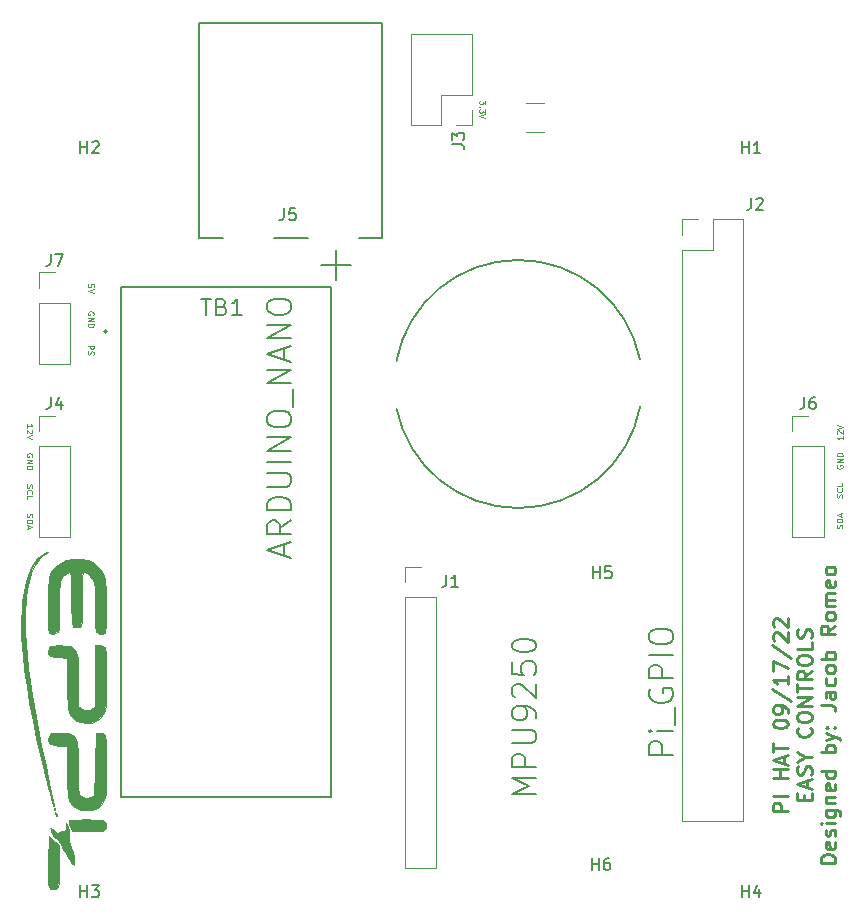
<source format=gbr>
%TF.GenerationSoftware,KiCad,Pcbnew,(6.0.4)*%
%TF.CreationDate,2022-09-19T00:41:06-04:00*%
%TF.ProjectId,Pi_HAT_V2,50695f48-4154-45f5-9632-2e6b69636164,rev?*%
%TF.SameCoordinates,Original*%
%TF.FileFunction,Legend,Top*%
%TF.FilePolarity,Positive*%
%FSLAX46Y46*%
G04 Gerber Fmt 4.6, Leading zero omitted, Abs format (unit mm)*
G04 Created by KiCad (PCBNEW (6.0.4)) date 2022-09-19 00:41:06*
%MOMM*%
%LPD*%
G01*
G04 APERTURE LIST*
%ADD10C,0.100000*%
%ADD11C,0.150000*%
%ADD12C,0.250000*%
%ADD13C,0.120000*%
%ADD14C,0.010000*%
%ADD15C,0.127000*%
%ADD16C,0.200000*%
G04 APERTURE END LIST*
D10*
X99348809Y-88755952D02*
X99848809Y-88755952D01*
X99848809Y-88946428D01*
X99825000Y-88994047D01*
X99801190Y-89017857D01*
X99753571Y-89041666D01*
X99682142Y-89041666D01*
X99634523Y-89017857D01*
X99610714Y-88994047D01*
X99586904Y-88946428D01*
X99586904Y-88755952D01*
X99372619Y-89232142D02*
X99348809Y-89303571D01*
X99348809Y-89422619D01*
X99372619Y-89470238D01*
X99396428Y-89494047D01*
X99444047Y-89517857D01*
X99491666Y-89517857D01*
X99539285Y-89494047D01*
X99563095Y-89470238D01*
X99586904Y-89422619D01*
X99610714Y-89327380D01*
X99634523Y-89279761D01*
X99658333Y-89255952D01*
X99705952Y-89232142D01*
X99753571Y-89232142D01*
X99801190Y-89255952D01*
X99825000Y-89279761D01*
X99848809Y-89327380D01*
X99848809Y-89446428D01*
X99825000Y-89517857D01*
X99825000Y-86144047D02*
X99848809Y-86096428D01*
X99848809Y-86025000D01*
X99825000Y-85953571D01*
X99777380Y-85905952D01*
X99729761Y-85882142D01*
X99634523Y-85858333D01*
X99563095Y-85858333D01*
X99467857Y-85882142D01*
X99420238Y-85905952D01*
X99372619Y-85953571D01*
X99348809Y-86025000D01*
X99348809Y-86072619D01*
X99372619Y-86144047D01*
X99396428Y-86167857D01*
X99563095Y-86167857D01*
X99563095Y-86072619D01*
X99348809Y-86382142D02*
X99848809Y-86382142D01*
X99348809Y-86667857D01*
X99848809Y-86667857D01*
X99348809Y-86905952D02*
X99848809Y-86905952D01*
X99848809Y-87025000D01*
X99825000Y-87096428D01*
X99777380Y-87144047D01*
X99729761Y-87167857D01*
X99634523Y-87191666D01*
X99563095Y-87191666D01*
X99467857Y-87167857D01*
X99420238Y-87144047D01*
X99372619Y-87096428D01*
X99348809Y-87025000D01*
X99348809Y-86905952D01*
X99848809Y-83754761D02*
X99848809Y-83516666D01*
X99610714Y-83492857D01*
X99634523Y-83516666D01*
X99658333Y-83564285D01*
X99658333Y-83683333D01*
X99634523Y-83730952D01*
X99610714Y-83754761D01*
X99563095Y-83778571D01*
X99444047Y-83778571D01*
X99396428Y-83754761D01*
X99372619Y-83730952D01*
X99348809Y-83683333D01*
X99348809Y-83564285D01*
X99372619Y-83516666D01*
X99396428Y-83492857D01*
X99848809Y-83921428D02*
X99348809Y-84088095D01*
X99848809Y-84254761D01*
D11*
X137304761Y-126723809D02*
X135304761Y-126723809D01*
X136733333Y-126057142D01*
X135304761Y-125390476D01*
X137304761Y-125390476D01*
X137304761Y-124438095D02*
X135304761Y-124438095D01*
X135304761Y-123676190D01*
X135400000Y-123485714D01*
X135495238Y-123390476D01*
X135685714Y-123295238D01*
X135971428Y-123295238D01*
X136161904Y-123390476D01*
X136257142Y-123485714D01*
X136352380Y-123676190D01*
X136352380Y-124438095D01*
X135304761Y-122438095D02*
X136923809Y-122438095D01*
X137114285Y-122342857D01*
X137209523Y-122247619D01*
X137304761Y-122057142D01*
X137304761Y-121676190D01*
X137209523Y-121485714D01*
X137114285Y-121390476D01*
X136923809Y-121295238D01*
X135304761Y-121295238D01*
X137304761Y-120247619D02*
X137304761Y-119866666D01*
X137209523Y-119676190D01*
X137114285Y-119580952D01*
X136828571Y-119390476D01*
X136447619Y-119295238D01*
X135685714Y-119295238D01*
X135495238Y-119390476D01*
X135400000Y-119485714D01*
X135304761Y-119676190D01*
X135304761Y-120057142D01*
X135400000Y-120247619D01*
X135495238Y-120342857D01*
X135685714Y-120438095D01*
X136161904Y-120438095D01*
X136352380Y-120342857D01*
X136447619Y-120247619D01*
X136542857Y-120057142D01*
X136542857Y-119676190D01*
X136447619Y-119485714D01*
X136352380Y-119390476D01*
X136161904Y-119295238D01*
X135495238Y-118533333D02*
X135400000Y-118438095D01*
X135304761Y-118247619D01*
X135304761Y-117771428D01*
X135400000Y-117580952D01*
X135495238Y-117485714D01*
X135685714Y-117390476D01*
X135876190Y-117390476D01*
X136161904Y-117485714D01*
X137304761Y-118628571D01*
X137304761Y-117390476D01*
X135304761Y-115580952D02*
X135304761Y-116533333D01*
X136257142Y-116628571D01*
X136161904Y-116533333D01*
X136066666Y-116342857D01*
X136066666Y-115866666D01*
X136161904Y-115676190D01*
X136257142Y-115580952D01*
X136447619Y-115485714D01*
X136923809Y-115485714D01*
X137114285Y-115580952D01*
X137209523Y-115676190D01*
X137304761Y-115866666D01*
X137304761Y-116342857D01*
X137209523Y-116533333D01*
X137114285Y-116628571D01*
X135304761Y-114247619D02*
X135304761Y-114057142D01*
X135400000Y-113866666D01*
X135495238Y-113771428D01*
X135685714Y-113676190D01*
X136066666Y-113580952D01*
X136542857Y-113580952D01*
X136923809Y-113676190D01*
X137114285Y-113771428D01*
X137209523Y-113866666D01*
X137304761Y-114057142D01*
X137304761Y-114247619D01*
X137209523Y-114438095D01*
X137114285Y-114533333D01*
X136923809Y-114628571D01*
X136542857Y-114723809D01*
X136066666Y-114723809D01*
X135685714Y-114628571D01*
X135495238Y-114533333D01*
X135400000Y-114438095D01*
X135304761Y-114247619D01*
D10*
X132998809Y-68011904D02*
X132998809Y-68321428D01*
X132808333Y-68154761D01*
X132808333Y-68226190D01*
X132784523Y-68273809D01*
X132760714Y-68297619D01*
X132713095Y-68321428D01*
X132594047Y-68321428D01*
X132546428Y-68297619D01*
X132522619Y-68273809D01*
X132498809Y-68226190D01*
X132498809Y-68083333D01*
X132522619Y-68035714D01*
X132546428Y-68011904D01*
X132546428Y-68535714D02*
X132522619Y-68559523D01*
X132498809Y-68535714D01*
X132522619Y-68511904D01*
X132546428Y-68535714D01*
X132498809Y-68535714D01*
X132998809Y-68726190D02*
X132998809Y-69035714D01*
X132808333Y-68869047D01*
X132808333Y-68940476D01*
X132784523Y-68988095D01*
X132760714Y-69011904D01*
X132713095Y-69035714D01*
X132594047Y-69035714D01*
X132546428Y-69011904D01*
X132522619Y-68988095D01*
X132498809Y-68940476D01*
X132498809Y-68797619D01*
X132522619Y-68750000D01*
X132546428Y-68726190D01*
X132998809Y-69178571D02*
X132498809Y-69345238D01*
X132998809Y-69511904D01*
X163227380Y-101620238D02*
X163251190Y-101548809D01*
X163251190Y-101429761D01*
X163227380Y-101382142D01*
X163203571Y-101358333D01*
X163155952Y-101334523D01*
X163108333Y-101334523D01*
X163060714Y-101358333D01*
X163036904Y-101382142D01*
X163013095Y-101429761D01*
X162989285Y-101525000D01*
X162965476Y-101572619D01*
X162941666Y-101596428D01*
X162894047Y-101620238D01*
X162846428Y-101620238D01*
X162798809Y-101596428D01*
X162775000Y-101572619D01*
X162751190Y-101525000D01*
X162751190Y-101405952D01*
X162775000Y-101334523D01*
X163203571Y-100834523D02*
X163227380Y-100858333D01*
X163251190Y-100929761D01*
X163251190Y-100977380D01*
X163227380Y-101048809D01*
X163179761Y-101096428D01*
X163132142Y-101120238D01*
X163036904Y-101144047D01*
X162965476Y-101144047D01*
X162870238Y-101120238D01*
X162822619Y-101096428D01*
X162775000Y-101048809D01*
X162751190Y-100977380D01*
X162751190Y-100929761D01*
X162775000Y-100858333D01*
X162798809Y-100834523D01*
X163251190Y-100382142D02*
X163251190Y-100620238D01*
X162751190Y-100620238D01*
X94650000Y-98169047D02*
X94673809Y-98121428D01*
X94673809Y-98050000D01*
X94650000Y-97978571D01*
X94602380Y-97930952D01*
X94554761Y-97907142D01*
X94459523Y-97883333D01*
X94388095Y-97883333D01*
X94292857Y-97907142D01*
X94245238Y-97930952D01*
X94197619Y-97978571D01*
X94173809Y-98050000D01*
X94173809Y-98097619D01*
X94197619Y-98169047D01*
X94221428Y-98192857D01*
X94388095Y-98192857D01*
X94388095Y-98097619D01*
X94173809Y-98407142D02*
X94673809Y-98407142D01*
X94173809Y-98692857D01*
X94673809Y-98692857D01*
X94173809Y-98930952D02*
X94673809Y-98930952D01*
X94673809Y-99050000D01*
X94650000Y-99121428D01*
X94602380Y-99169047D01*
X94554761Y-99192857D01*
X94459523Y-99216666D01*
X94388095Y-99216666D01*
X94292857Y-99192857D01*
X94245238Y-99169047D01*
X94197619Y-99121428D01*
X94173809Y-99050000D01*
X94173809Y-98930952D01*
X163227380Y-104207142D02*
X163251190Y-104135714D01*
X163251190Y-104016666D01*
X163227380Y-103969047D01*
X163203571Y-103945238D01*
X163155952Y-103921428D01*
X163108333Y-103921428D01*
X163060714Y-103945238D01*
X163036904Y-103969047D01*
X163013095Y-104016666D01*
X162989285Y-104111904D01*
X162965476Y-104159523D01*
X162941666Y-104183333D01*
X162894047Y-104207142D01*
X162846428Y-104207142D01*
X162798809Y-104183333D01*
X162775000Y-104159523D01*
X162751190Y-104111904D01*
X162751190Y-103992857D01*
X162775000Y-103921428D01*
X163251190Y-103707142D02*
X162751190Y-103707142D01*
X162751190Y-103588095D01*
X162775000Y-103516666D01*
X162822619Y-103469047D01*
X162870238Y-103445238D01*
X162965476Y-103421428D01*
X163036904Y-103421428D01*
X163132142Y-103445238D01*
X163179761Y-103469047D01*
X163227380Y-103516666D01*
X163251190Y-103588095D01*
X163251190Y-103707142D01*
X163108333Y-103230952D02*
X163108333Y-102992857D01*
X163251190Y-103278571D02*
X162751190Y-103111904D01*
X163251190Y-102945238D01*
X94173809Y-95690476D02*
X94173809Y-95404761D01*
X94173809Y-95547619D02*
X94673809Y-95547619D01*
X94602380Y-95500000D01*
X94554761Y-95452380D01*
X94530952Y-95404761D01*
X94626190Y-95880952D02*
X94650000Y-95904761D01*
X94673809Y-95952380D01*
X94673809Y-96071428D01*
X94650000Y-96119047D01*
X94626190Y-96142857D01*
X94578571Y-96166666D01*
X94530952Y-96166666D01*
X94459523Y-96142857D01*
X94173809Y-95857142D01*
X94173809Y-96166666D01*
X94673809Y-96309523D02*
X94173809Y-96476190D01*
X94673809Y-96642857D01*
X94197619Y-103017857D02*
X94173809Y-103089285D01*
X94173809Y-103208333D01*
X94197619Y-103255952D01*
X94221428Y-103279761D01*
X94269047Y-103303571D01*
X94316666Y-103303571D01*
X94364285Y-103279761D01*
X94388095Y-103255952D01*
X94411904Y-103208333D01*
X94435714Y-103113095D01*
X94459523Y-103065476D01*
X94483333Y-103041666D01*
X94530952Y-103017857D01*
X94578571Y-103017857D01*
X94626190Y-103041666D01*
X94650000Y-103065476D01*
X94673809Y-103113095D01*
X94673809Y-103232142D01*
X94650000Y-103303571D01*
X94173809Y-103517857D02*
X94673809Y-103517857D01*
X94673809Y-103636904D01*
X94650000Y-103708333D01*
X94602380Y-103755952D01*
X94554761Y-103779761D01*
X94459523Y-103803571D01*
X94388095Y-103803571D01*
X94292857Y-103779761D01*
X94245238Y-103755952D01*
X94197619Y-103708333D01*
X94173809Y-103636904D01*
X94173809Y-103517857D01*
X94316666Y-103994047D02*
X94316666Y-104232142D01*
X94173809Y-103946428D02*
X94673809Y-104113095D01*
X94173809Y-104279761D01*
X94197619Y-100504761D02*
X94173809Y-100576190D01*
X94173809Y-100695238D01*
X94197619Y-100742857D01*
X94221428Y-100766666D01*
X94269047Y-100790476D01*
X94316666Y-100790476D01*
X94364285Y-100766666D01*
X94388095Y-100742857D01*
X94411904Y-100695238D01*
X94435714Y-100600000D01*
X94459523Y-100552380D01*
X94483333Y-100528571D01*
X94530952Y-100504761D01*
X94578571Y-100504761D01*
X94626190Y-100528571D01*
X94650000Y-100552380D01*
X94673809Y-100600000D01*
X94673809Y-100719047D01*
X94650000Y-100790476D01*
X94221428Y-101290476D02*
X94197619Y-101266666D01*
X94173809Y-101195238D01*
X94173809Y-101147619D01*
X94197619Y-101076190D01*
X94245238Y-101028571D01*
X94292857Y-101004761D01*
X94388095Y-100980952D01*
X94459523Y-100980952D01*
X94554761Y-101004761D01*
X94602380Y-101028571D01*
X94650000Y-101076190D01*
X94673809Y-101147619D01*
X94673809Y-101195238D01*
X94650000Y-101266666D01*
X94626190Y-101290476D01*
X94173809Y-101742857D02*
X94173809Y-101504761D01*
X94673809Y-101504761D01*
X162800000Y-98880952D02*
X162776190Y-98928571D01*
X162776190Y-99000000D01*
X162800000Y-99071428D01*
X162847619Y-99119047D01*
X162895238Y-99142857D01*
X162990476Y-99166666D01*
X163061904Y-99166666D01*
X163157142Y-99142857D01*
X163204761Y-99119047D01*
X163252380Y-99071428D01*
X163276190Y-99000000D01*
X163276190Y-98952380D01*
X163252380Y-98880952D01*
X163228571Y-98857142D01*
X163061904Y-98857142D01*
X163061904Y-98952380D01*
X163276190Y-98642857D02*
X162776190Y-98642857D01*
X163276190Y-98357142D01*
X162776190Y-98357142D01*
X163276190Y-98119047D02*
X162776190Y-98119047D01*
X162776190Y-98000000D01*
X162800000Y-97928571D01*
X162847619Y-97880952D01*
X162895238Y-97857142D01*
X162990476Y-97833333D01*
X163061904Y-97833333D01*
X163157142Y-97857142D01*
X163204761Y-97880952D01*
X163252380Y-97928571D01*
X163276190Y-98000000D01*
X163276190Y-98119047D01*
X163276190Y-96409523D02*
X163276190Y-96695238D01*
X163276190Y-96552380D02*
X162776190Y-96552380D01*
X162847619Y-96600000D01*
X162895238Y-96647619D01*
X162919047Y-96695238D01*
X162823809Y-96219047D02*
X162800000Y-96195238D01*
X162776190Y-96147619D01*
X162776190Y-96028571D01*
X162800000Y-95980952D01*
X162823809Y-95957142D01*
X162871428Y-95933333D01*
X162919047Y-95933333D01*
X162990476Y-95957142D01*
X163276190Y-96242857D01*
X163276190Y-95933333D01*
X162776190Y-95790476D02*
X163276190Y-95623809D01*
X162776190Y-95457142D01*
D12*
X158627976Y-128150000D02*
X157377976Y-128150000D01*
X157377976Y-127673809D01*
X157437500Y-127554761D01*
X157497023Y-127495238D01*
X157616071Y-127435714D01*
X157794642Y-127435714D01*
X157913690Y-127495238D01*
X157973214Y-127554761D01*
X158032738Y-127673809D01*
X158032738Y-128150000D01*
X158627976Y-126900000D02*
X157377976Y-126900000D01*
X158627976Y-125352380D02*
X157377976Y-125352380D01*
X157973214Y-125352380D02*
X157973214Y-124638095D01*
X158627976Y-124638095D02*
X157377976Y-124638095D01*
X158270833Y-124102380D02*
X158270833Y-123507142D01*
X158627976Y-124221428D02*
X157377976Y-123804761D01*
X158627976Y-123388095D01*
X157377976Y-123150000D02*
X157377976Y-122435714D01*
X158627976Y-122792857D02*
X157377976Y-122792857D01*
X157377976Y-120828571D02*
X157377976Y-120709523D01*
X157437500Y-120590476D01*
X157497023Y-120530952D01*
X157616071Y-120471428D01*
X157854166Y-120411904D01*
X158151785Y-120411904D01*
X158389880Y-120471428D01*
X158508928Y-120530952D01*
X158568452Y-120590476D01*
X158627976Y-120709523D01*
X158627976Y-120828571D01*
X158568452Y-120947619D01*
X158508928Y-121007142D01*
X158389880Y-121066666D01*
X158151785Y-121126190D01*
X157854166Y-121126190D01*
X157616071Y-121066666D01*
X157497023Y-121007142D01*
X157437500Y-120947619D01*
X157377976Y-120828571D01*
X158627976Y-119816666D02*
X158627976Y-119578571D01*
X158568452Y-119459523D01*
X158508928Y-119400000D01*
X158330357Y-119280952D01*
X158092261Y-119221428D01*
X157616071Y-119221428D01*
X157497023Y-119280952D01*
X157437500Y-119340476D01*
X157377976Y-119459523D01*
X157377976Y-119697619D01*
X157437500Y-119816666D01*
X157497023Y-119876190D01*
X157616071Y-119935714D01*
X157913690Y-119935714D01*
X158032738Y-119876190D01*
X158092261Y-119816666D01*
X158151785Y-119697619D01*
X158151785Y-119459523D01*
X158092261Y-119340476D01*
X158032738Y-119280952D01*
X157913690Y-119221428D01*
X157318452Y-117792857D02*
X158925595Y-118864285D01*
X158627976Y-116721428D02*
X158627976Y-117435714D01*
X158627976Y-117078571D02*
X157377976Y-117078571D01*
X157556547Y-117197619D01*
X157675595Y-117316666D01*
X157735119Y-117435714D01*
X157377976Y-116304761D02*
X157377976Y-115471428D01*
X158627976Y-116007142D01*
X157318452Y-114102380D02*
X158925595Y-115173809D01*
X157497023Y-113745238D02*
X157437500Y-113685714D01*
X157377976Y-113566666D01*
X157377976Y-113269047D01*
X157437500Y-113150000D01*
X157497023Y-113090476D01*
X157616071Y-113030952D01*
X157735119Y-113030952D01*
X157913690Y-113090476D01*
X158627976Y-113804761D01*
X158627976Y-113030952D01*
X157497023Y-112554761D02*
X157437500Y-112495238D01*
X157377976Y-112376190D01*
X157377976Y-112078571D01*
X157437500Y-111959523D01*
X157497023Y-111900000D01*
X157616071Y-111840476D01*
X157735119Y-111840476D01*
X157913690Y-111900000D01*
X158627976Y-112614285D01*
X158627976Y-111840476D01*
X159985714Y-127227380D02*
X159985714Y-126810714D01*
X160640476Y-126632142D02*
X160640476Y-127227380D01*
X159390476Y-127227380D01*
X159390476Y-126632142D01*
X160283333Y-126155952D02*
X160283333Y-125560714D01*
X160640476Y-126275000D02*
X159390476Y-125858333D01*
X160640476Y-125441666D01*
X160580952Y-125084523D02*
X160640476Y-124905952D01*
X160640476Y-124608333D01*
X160580952Y-124489285D01*
X160521428Y-124429761D01*
X160402380Y-124370238D01*
X160283333Y-124370238D01*
X160164285Y-124429761D01*
X160104761Y-124489285D01*
X160045238Y-124608333D01*
X159985714Y-124846428D01*
X159926190Y-124965476D01*
X159866666Y-125025000D01*
X159747619Y-125084523D01*
X159628571Y-125084523D01*
X159509523Y-125025000D01*
X159450000Y-124965476D01*
X159390476Y-124846428D01*
X159390476Y-124548809D01*
X159450000Y-124370238D01*
X160045238Y-123596428D02*
X160640476Y-123596428D01*
X159390476Y-124013095D02*
X160045238Y-123596428D01*
X159390476Y-123179761D01*
X160521428Y-121096428D02*
X160580952Y-121155952D01*
X160640476Y-121334523D01*
X160640476Y-121453571D01*
X160580952Y-121632142D01*
X160461904Y-121751190D01*
X160342857Y-121810714D01*
X160104761Y-121870238D01*
X159926190Y-121870238D01*
X159688095Y-121810714D01*
X159569047Y-121751190D01*
X159450000Y-121632142D01*
X159390476Y-121453571D01*
X159390476Y-121334523D01*
X159450000Y-121155952D01*
X159509523Y-121096428D01*
X159390476Y-120322619D02*
X159390476Y-120084523D01*
X159450000Y-119965476D01*
X159569047Y-119846428D01*
X159807142Y-119786904D01*
X160223809Y-119786904D01*
X160461904Y-119846428D01*
X160580952Y-119965476D01*
X160640476Y-120084523D01*
X160640476Y-120322619D01*
X160580952Y-120441666D01*
X160461904Y-120560714D01*
X160223809Y-120620238D01*
X159807142Y-120620238D01*
X159569047Y-120560714D01*
X159450000Y-120441666D01*
X159390476Y-120322619D01*
X160640476Y-119251190D02*
X159390476Y-119251190D01*
X160640476Y-118536904D01*
X159390476Y-118536904D01*
X159390476Y-118120238D02*
X159390476Y-117405952D01*
X160640476Y-117763095D02*
X159390476Y-117763095D01*
X160640476Y-116275000D02*
X160045238Y-116691666D01*
X160640476Y-116989285D02*
X159390476Y-116989285D01*
X159390476Y-116513095D01*
X159450000Y-116394047D01*
X159509523Y-116334523D01*
X159628571Y-116275000D01*
X159807142Y-116275000D01*
X159926190Y-116334523D01*
X159985714Y-116394047D01*
X160045238Y-116513095D01*
X160045238Y-116989285D01*
X159390476Y-115501190D02*
X159390476Y-115263095D01*
X159450000Y-115144047D01*
X159569047Y-115025000D01*
X159807142Y-114965476D01*
X160223809Y-114965476D01*
X160461904Y-115025000D01*
X160580952Y-115144047D01*
X160640476Y-115263095D01*
X160640476Y-115501190D01*
X160580952Y-115620238D01*
X160461904Y-115739285D01*
X160223809Y-115798809D01*
X159807142Y-115798809D01*
X159569047Y-115739285D01*
X159450000Y-115620238D01*
X159390476Y-115501190D01*
X160640476Y-113834523D02*
X160640476Y-114429761D01*
X159390476Y-114429761D01*
X160580952Y-113477380D02*
X160640476Y-113298809D01*
X160640476Y-113001190D01*
X160580952Y-112882142D01*
X160521428Y-112822619D01*
X160402380Y-112763095D01*
X160283333Y-112763095D01*
X160164285Y-112822619D01*
X160104761Y-112882142D01*
X160045238Y-113001190D01*
X159985714Y-113239285D01*
X159926190Y-113358333D01*
X159866666Y-113417857D01*
X159747619Y-113477380D01*
X159628571Y-113477380D01*
X159509523Y-113417857D01*
X159450000Y-113358333D01*
X159390476Y-113239285D01*
X159390476Y-112941666D01*
X159450000Y-112763095D01*
X162652976Y-132525000D02*
X161402976Y-132525000D01*
X161402976Y-132227380D01*
X161462500Y-132048809D01*
X161581547Y-131929761D01*
X161700595Y-131870238D01*
X161938690Y-131810714D01*
X162117261Y-131810714D01*
X162355357Y-131870238D01*
X162474404Y-131929761D01*
X162593452Y-132048809D01*
X162652976Y-132227380D01*
X162652976Y-132525000D01*
X162593452Y-130798809D02*
X162652976Y-130917857D01*
X162652976Y-131155952D01*
X162593452Y-131275000D01*
X162474404Y-131334523D01*
X161998214Y-131334523D01*
X161879166Y-131275000D01*
X161819642Y-131155952D01*
X161819642Y-130917857D01*
X161879166Y-130798809D01*
X161998214Y-130739285D01*
X162117261Y-130739285D01*
X162236309Y-131334523D01*
X162593452Y-130263095D02*
X162652976Y-130144047D01*
X162652976Y-129905952D01*
X162593452Y-129786904D01*
X162474404Y-129727380D01*
X162414880Y-129727380D01*
X162295833Y-129786904D01*
X162236309Y-129905952D01*
X162236309Y-130084523D01*
X162176785Y-130203571D01*
X162057738Y-130263095D01*
X161998214Y-130263095D01*
X161879166Y-130203571D01*
X161819642Y-130084523D01*
X161819642Y-129905952D01*
X161879166Y-129786904D01*
X162652976Y-129191666D02*
X161819642Y-129191666D01*
X161402976Y-129191666D02*
X161462500Y-129251190D01*
X161522023Y-129191666D01*
X161462500Y-129132142D01*
X161402976Y-129191666D01*
X161522023Y-129191666D01*
X161819642Y-128060714D02*
X162831547Y-128060714D01*
X162950595Y-128120238D01*
X163010119Y-128179761D01*
X163069642Y-128298809D01*
X163069642Y-128477380D01*
X163010119Y-128596428D01*
X162593452Y-128060714D02*
X162652976Y-128179761D01*
X162652976Y-128417857D01*
X162593452Y-128536904D01*
X162533928Y-128596428D01*
X162414880Y-128655952D01*
X162057738Y-128655952D01*
X161938690Y-128596428D01*
X161879166Y-128536904D01*
X161819642Y-128417857D01*
X161819642Y-128179761D01*
X161879166Y-128060714D01*
X161819642Y-127465476D02*
X162652976Y-127465476D01*
X161938690Y-127465476D02*
X161879166Y-127405952D01*
X161819642Y-127286904D01*
X161819642Y-127108333D01*
X161879166Y-126989285D01*
X161998214Y-126929761D01*
X162652976Y-126929761D01*
X162593452Y-125858333D02*
X162652976Y-125977380D01*
X162652976Y-126215476D01*
X162593452Y-126334523D01*
X162474404Y-126394047D01*
X161998214Y-126394047D01*
X161879166Y-126334523D01*
X161819642Y-126215476D01*
X161819642Y-125977380D01*
X161879166Y-125858333D01*
X161998214Y-125798809D01*
X162117261Y-125798809D01*
X162236309Y-126394047D01*
X162652976Y-124727380D02*
X161402976Y-124727380D01*
X162593452Y-124727380D02*
X162652976Y-124846428D01*
X162652976Y-125084523D01*
X162593452Y-125203571D01*
X162533928Y-125263095D01*
X162414880Y-125322619D01*
X162057738Y-125322619D01*
X161938690Y-125263095D01*
X161879166Y-125203571D01*
X161819642Y-125084523D01*
X161819642Y-124846428D01*
X161879166Y-124727380D01*
X162652976Y-123179761D02*
X161402976Y-123179761D01*
X161879166Y-123179761D02*
X161819642Y-123060714D01*
X161819642Y-122822619D01*
X161879166Y-122703571D01*
X161938690Y-122644047D01*
X162057738Y-122584523D01*
X162414880Y-122584523D01*
X162533928Y-122644047D01*
X162593452Y-122703571D01*
X162652976Y-122822619D01*
X162652976Y-123060714D01*
X162593452Y-123179761D01*
X161819642Y-122167857D02*
X162652976Y-121870238D01*
X161819642Y-121572619D02*
X162652976Y-121870238D01*
X162950595Y-121989285D01*
X163010119Y-122048809D01*
X163069642Y-122167857D01*
X162533928Y-121096428D02*
X162593452Y-121036904D01*
X162652976Y-121096428D01*
X162593452Y-121155952D01*
X162533928Y-121096428D01*
X162652976Y-121096428D01*
X161879166Y-121096428D02*
X161938690Y-121036904D01*
X161998214Y-121096428D01*
X161938690Y-121155952D01*
X161879166Y-121096428D01*
X161998214Y-121096428D01*
X161402976Y-119191666D02*
X162295833Y-119191666D01*
X162474404Y-119251190D01*
X162593452Y-119370238D01*
X162652976Y-119548809D01*
X162652976Y-119667857D01*
X162652976Y-118060714D02*
X161998214Y-118060714D01*
X161879166Y-118120238D01*
X161819642Y-118239285D01*
X161819642Y-118477380D01*
X161879166Y-118596428D01*
X162593452Y-118060714D02*
X162652976Y-118179761D01*
X162652976Y-118477380D01*
X162593452Y-118596428D01*
X162474404Y-118655952D01*
X162355357Y-118655952D01*
X162236309Y-118596428D01*
X162176785Y-118477380D01*
X162176785Y-118179761D01*
X162117261Y-118060714D01*
X162593452Y-116929761D02*
X162652976Y-117048809D01*
X162652976Y-117286904D01*
X162593452Y-117405952D01*
X162533928Y-117465476D01*
X162414880Y-117525000D01*
X162057738Y-117525000D01*
X161938690Y-117465476D01*
X161879166Y-117405952D01*
X161819642Y-117286904D01*
X161819642Y-117048809D01*
X161879166Y-116929761D01*
X162652976Y-116215476D02*
X162593452Y-116334523D01*
X162533928Y-116394047D01*
X162414880Y-116453571D01*
X162057738Y-116453571D01*
X161938690Y-116394047D01*
X161879166Y-116334523D01*
X161819642Y-116215476D01*
X161819642Y-116036904D01*
X161879166Y-115917857D01*
X161938690Y-115858333D01*
X162057738Y-115798809D01*
X162414880Y-115798809D01*
X162533928Y-115858333D01*
X162593452Y-115917857D01*
X162652976Y-116036904D01*
X162652976Y-116215476D01*
X162652976Y-115263095D02*
X161402976Y-115263095D01*
X161879166Y-115263095D02*
X161819642Y-115144047D01*
X161819642Y-114905952D01*
X161879166Y-114786904D01*
X161938690Y-114727380D01*
X162057738Y-114667857D01*
X162414880Y-114667857D01*
X162533928Y-114727380D01*
X162593452Y-114786904D01*
X162652976Y-114905952D01*
X162652976Y-115144047D01*
X162593452Y-115263095D01*
X162652976Y-112465476D02*
X162057738Y-112882142D01*
X162652976Y-113179761D02*
X161402976Y-113179761D01*
X161402976Y-112703571D01*
X161462500Y-112584523D01*
X161522023Y-112525000D01*
X161641071Y-112465476D01*
X161819642Y-112465476D01*
X161938690Y-112525000D01*
X161998214Y-112584523D01*
X162057738Y-112703571D01*
X162057738Y-113179761D01*
X162652976Y-111751190D02*
X162593452Y-111870238D01*
X162533928Y-111929761D01*
X162414880Y-111989285D01*
X162057738Y-111989285D01*
X161938690Y-111929761D01*
X161879166Y-111870238D01*
X161819642Y-111751190D01*
X161819642Y-111572619D01*
X161879166Y-111453571D01*
X161938690Y-111394047D01*
X162057738Y-111334523D01*
X162414880Y-111334523D01*
X162533928Y-111394047D01*
X162593452Y-111453571D01*
X162652976Y-111572619D01*
X162652976Y-111751190D01*
X162652976Y-110798809D02*
X161819642Y-110798809D01*
X161938690Y-110798809D02*
X161879166Y-110739285D01*
X161819642Y-110620238D01*
X161819642Y-110441666D01*
X161879166Y-110322619D01*
X161998214Y-110263095D01*
X162652976Y-110263095D01*
X161998214Y-110263095D02*
X161879166Y-110203571D01*
X161819642Y-110084523D01*
X161819642Y-109905952D01*
X161879166Y-109786904D01*
X161998214Y-109727380D01*
X162652976Y-109727380D01*
X162593452Y-108655952D02*
X162652976Y-108775000D01*
X162652976Y-109013095D01*
X162593452Y-109132142D01*
X162474404Y-109191666D01*
X161998214Y-109191666D01*
X161879166Y-109132142D01*
X161819642Y-109013095D01*
X161819642Y-108775000D01*
X161879166Y-108655952D01*
X161998214Y-108596428D01*
X162117261Y-108596428D01*
X162236309Y-109191666D01*
X162652976Y-107882142D02*
X162593452Y-108001190D01*
X162533928Y-108060714D01*
X162414880Y-108120238D01*
X162057738Y-108120238D01*
X161938690Y-108060714D01*
X161879166Y-108001190D01*
X161819642Y-107882142D01*
X161819642Y-107703571D01*
X161879166Y-107584523D01*
X161938690Y-107525000D01*
X162057738Y-107465476D01*
X162414880Y-107465476D01*
X162533928Y-107525000D01*
X162593452Y-107584523D01*
X162652976Y-107703571D01*
X162652976Y-107882142D01*
D11*
%TO.C,TB1*%
X108983333Y-84783333D02*
X109783333Y-84783333D01*
X109383333Y-86183333D02*
X109383333Y-84783333D01*
X110716666Y-85450000D02*
X110916666Y-85516666D01*
X110983333Y-85583333D01*
X111050000Y-85716666D01*
X111050000Y-85916666D01*
X110983333Y-86050000D01*
X110916666Y-86116666D01*
X110783333Y-86183333D01*
X110250000Y-86183333D01*
X110250000Y-84783333D01*
X110716666Y-84783333D01*
X110850000Y-84850000D01*
X110916666Y-84916666D01*
X110983333Y-85050000D01*
X110983333Y-85183333D01*
X110916666Y-85316666D01*
X110850000Y-85383333D01*
X110716666Y-85450000D01*
X110250000Y-85450000D01*
X112383333Y-86183333D02*
X111583333Y-86183333D01*
X111983333Y-86183333D02*
X111983333Y-84783333D01*
X111850000Y-84983333D01*
X111716666Y-85116666D01*
X111583333Y-85183333D01*
X115983333Y-106507142D02*
X115983333Y-105554761D01*
X116554761Y-106697619D02*
X114554761Y-106030952D01*
X116554761Y-105364285D01*
X116554761Y-103554761D02*
X115602380Y-104221428D01*
X116554761Y-104697619D02*
X114554761Y-104697619D01*
X114554761Y-103935714D01*
X114650000Y-103745238D01*
X114745238Y-103650000D01*
X114935714Y-103554761D01*
X115221428Y-103554761D01*
X115411904Y-103650000D01*
X115507142Y-103745238D01*
X115602380Y-103935714D01*
X115602380Y-104697619D01*
X116554761Y-102697619D02*
X114554761Y-102697619D01*
X114554761Y-102221428D01*
X114650000Y-101935714D01*
X114840476Y-101745238D01*
X115030952Y-101650000D01*
X115411904Y-101554761D01*
X115697619Y-101554761D01*
X116078571Y-101650000D01*
X116269047Y-101745238D01*
X116459523Y-101935714D01*
X116554761Y-102221428D01*
X116554761Y-102697619D01*
X114554761Y-100697619D02*
X116173809Y-100697619D01*
X116364285Y-100602380D01*
X116459523Y-100507142D01*
X116554761Y-100316666D01*
X116554761Y-99935714D01*
X116459523Y-99745238D01*
X116364285Y-99650000D01*
X116173809Y-99554761D01*
X114554761Y-99554761D01*
X116554761Y-98602380D02*
X114554761Y-98602380D01*
X116554761Y-97650000D02*
X114554761Y-97650000D01*
X116554761Y-96507142D01*
X114554761Y-96507142D01*
X114554761Y-95173809D02*
X114554761Y-94792857D01*
X114650000Y-94602380D01*
X114840476Y-94411904D01*
X115221428Y-94316666D01*
X115888095Y-94316666D01*
X116269047Y-94411904D01*
X116459523Y-94602380D01*
X116554761Y-94792857D01*
X116554761Y-95173809D01*
X116459523Y-95364285D01*
X116269047Y-95554761D01*
X115888095Y-95650000D01*
X115221428Y-95650000D01*
X114840476Y-95554761D01*
X114650000Y-95364285D01*
X114554761Y-95173809D01*
X116745238Y-93935714D02*
X116745238Y-92411904D01*
X116554761Y-91935714D02*
X114554761Y-91935714D01*
X116554761Y-90792857D01*
X114554761Y-90792857D01*
X115983333Y-89935714D02*
X115983333Y-88983333D01*
X116554761Y-90126190D02*
X114554761Y-89459523D01*
X116554761Y-88792857D01*
X116554761Y-88126190D02*
X114554761Y-88126190D01*
X116554761Y-86983333D01*
X114554761Y-86983333D01*
X114554761Y-85650000D02*
X114554761Y-85269047D01*
X114650000Y-85078571D01*
X114840476Y-84888095D01*
X115221428Y-84792857D01*
X115888095Y-84792857D01*
X116269047Y-84888095D01*
X116459523Y-85078571D01*
X116554761Y-85269047D01*
X116554761Y-85650000D01*
X116459523Y-85840476D01*
X116269047Y-86030952D01*
X115888095Y-86126190D01*
X115221428Y-86126190D01*
X114840476Y-86030952D01*
X114650000Y-85840476D01*
X114554761Y-85650000D01*
%TO.C,J3*%
X130217380Y-71708333D02*
X130931666Y-71708333D01*
X131074523Y-71755952D01*
X131169761Y-71851190D01*
X131217380Y-71994047D01*
X131217380Y-72089285D01*
X130217380Y-71327380D02*
X130217380Y-70708333D01*
X130598333Y-71041666D01*
X130598333Y-70898809D01*
X130645952Y-70803571D01*
X130693571Y-70755952D01*
X130788809Y-70708333D01*
X131026904Y-70708333D01*
X131122142Y-70755952D01*
X131169761Y-70803571D01*
X131217380Y-70898809D01*
X131217380Y-71184523D01*
X131169761Y-71279761D01*
X131122142Y-71327380D01*
%TO.C,H1*%
X154738095Y-72452380D02*
X154738095Y-71452380D01*
X154738095Y-71928571D02*
X155309523Y-71928571D01*
X155309523Y-72452380D02*
X155309523Y-71452380D01*
X156309523Y-72452380D02*
X155738095Y-72452380D01*
X156023809Y-72452380D02*
X156023809Y-71452380D01*
X155928571Y-71595238D01*
X155833333Y-71690476D01*
X155738095Y-71738095D01*
%TO.C,H2*%
X98738095Y-72452380D02*
X98738095Y-71452380D01*
X98738095Y-71928571D02*
X99309523Y-71928571D01*
X99309523Y-72452380D02*
X99309523Y-71452380D01*
X99738095Y-71547619D02*
X99785714Y-71500000D01*
X99880952Y-71452380D01*
X100119047Y-71452380D01*
X100214285Y-71500000D01*
X100261904Y-71547619D01*
X100309523Y-71642857D01*
X100309523Y-71738095D01*
X100261904Y-71880952D01*
X99690476Y-72452380D01*
X100309523Y-72452380D01*
%TO.C,H3*%
X98738095Y-135452380D02*
X98738095Y-134452380D01*
X98738095Y-134928571D02*
X99309523Y-134928571D01*
X99309523Y-135452380D02*
X99309523Y-134452380D01*
X99690476Y-134452380D02*
X100309523Y-134452380D01*
X99976190Y-134833333D01*
X100119047Y-134833333D01*
X100214285Y-134880952D01*
X100261904Y-134928571D01*
X100309523Y-135023809D01*
X100309523Y-135261904D01*
X100261904Y-135357142D01*
X100214285Y-135404761D01*
X100119047Y-135452380D01*
X99833333Y-135452380D01*
X99738095Y-135404761D01*
X99690476Y-135357142D01*
%TO.C,J1*%
X129716666Y-108152380D02*
X129716666Y-108866666D01*
X129669047Y-109009523D01*
X129573809Y-109104761D01*
X129430952Y-109152380D01*
X129335714Y-109152380D01*
X130716666Y-109152380D02*
X130145238Y-109152380D01*
X130430952Y-109152380D02*
X130430952Y-108152380D01*
X130335714Y-108295238D01*
X130240476Y-108390476D01*
X130145238Y-108438095D01*
%TO.C,H4*%
X154738095Y-135452380D02*
X154738095Y-134452380D01*
X154738095Y-134928571D02*
X155309523Y-134928571D01*
X155309523Y-135452380D02*
X155309523Y-134452380D01*
X156214285Y-134785714D02*
X156214285Y-135452380D01*
X155976190Y-134404761D02*
X155738095Y-135119047D01*
X156357142Y-135119047D01*
%TO.C,J2*%
X155516666Y-76252380D02*
X155516666Y-76966666D01*
X155469047Y-77109523D01*
X155373809Y-77204761D01*
X155230952Y-77252380D01*
X155135714Y-77252380D01*
X155945238Y-76347619D02*
X155992857Y-76300000D01*
X156088095Y-76252380D01*
X156326190Y-76252380D01*
X156421428Y-76300000D01*
X156469047Y-76347619D01*
X156516666Y-76442857D01*
X156516666Y-76538095D01*
X156469047Y-76680952D01*
X155897619Y-77252380D01*
X156516666Y-77252380D01*
X148904761Y-123385714D02*
X146904761Y-123385714D01*
X146904761Y-122623809D01*
X147000000Y-122433333D01*
X147095238Y-122338095D01*
X147285714Y-122242857D01*
X147571428Y-122242857D01*
X147761904Y-122338095D01*
X147857142Y-122433333D01*
X147952380Y-122623809D01*
X147952380Y-123385714D01*
X148904761Y-121385714D02*
X147571428Y-121385714D01*
X146904761Y-121385714D02*
X147000000Y-121480952D01*
X147095238Y-121385714D01*
X147000000Y-121290476D01*
X146904761Y-121385714D01*
X147095238Y-121385714D01*
X149095238Y-120909523D02*
X149095238Y-119385714D01*
X147000000Y-117861904D02*
X146904761Y-118052380D01*
X146904761Y-118338095D01*
X147000000Y-118623809D01*
X147190476Y-118814285D01*
X147380952Y-118909523D01*
X147761904Y-119004761D01*
X148047619Y-119004761D01*
X148428571Y-118909523D01*
X148619047Y-118814285D01*
X148809523Y-118623809D01*
X148904761Y-118338095D01*
X148904761Y-118147619D01*
X148809523Y-117861904D01*
X148714285Y-117766666D01*
X148047619Y-117766666D01*
X148047619Y-118147619D01*
X148904761Y-116909523D02*
X146904761Y-116909523D01*
X146904761Y-116147619D01*
X147000000Y-115957142D01*
X147095238Y-115861904D01*
X147285714Y-115766666D01*
X147571428Y-115766666D01*
X147761904Y-115861904D01*
X147857142Y-115957142D01*
X147952380Y-116147619D01*
X147952380Y-116909523D01*
X148904761Y-114909523D02*
X146904761Y-114909523D01*
X146904761Y-113576190D02*
X146904761Y-113195238D01*
X147000000Y-113004761D01*
X147190476Y-112814285D01*
X147571428Y-112719047D01*
X148238095Y-112719047D01*
X148619047Y-112814285D01*
X148809523Y-113004761D01*
X148904761Y-113195238D01*
X148904761Y-113576190D01*
X148809523Y-113766666D01*
X148619047Y-113957142D01*
X148238095Y-114052380D01*
X147571428Y-114052380D01*
X147190476Y-113957142D01*
X147000000Y-113766666D01*
X146904761Y-113576190D01*
%TO.C,J4*%
X96216666Y-93122380D02*
X96216666Y-93836666D01*
X96169047Y-93979523D01*
X96073809Y-94074761D01*
X95930952Y-94122380D01*
X95835714Y-94122380D01*
X97121428Y-93455714D02*
X97121428Y-94122380D01*
X96883333Y-93074761D02*
X96645238Y-93789047D01*
X97264285Y-93789047D01*
%TO.C,J5*%
X115966519Y-77136389D02*
X115966519Y-77850990D01*
X115918879Y-77993910D01*
X115823599Y-78089190D01*
X115680679Y-78136830D01*
X115585399Y-78136830D01*
X116919320Y-77136389D02*
X116442920Y-77136389D01*
X116395280Y-77612789D01*
X116442920Y-77565149D01*
X116538200Y-77517509D01*
X116776400Y-77517509D01*
X116871680Y-77565149D01*
X116919320Y-77612789D01*
X116966960Y-77708070D01*
X116966960Y-77946270D01*
X116919320Y-78041550D01*
X116871680Y-78089190D01*
X116776400Y-78136830D01*
X116538200Y-78136830D01*
X116442920Y-78089190D01*
X116395280Y-78041550D01*
%TO.C,H5*%
X142138095Y-108452380D02*
X142138095Y-107452380D01*
X142138095Y-107928571D02*
X142709523Y-107928571D01*
X142709523Y-108452380D02*
X142709523Y-107452380D01*
X143661904Y-107452380D02*
X143185714Y-107452380D01*
X143138095Y-107928571D01*
X143185714Y-107880952D01*
X143280952Y-107833333D01*
X143519047Y-107833333D01*
X143614285Y-107880952D01*
X143661904Y-107928571D01*
X143709523Y-108023809D01*
X143709523Y-108261904D01*
X143661904Y-108357142D01*
X143614285Y-108404761D01*
X143519047Y-108452380D01*
X143280952Y-108452380D01*
X143185714Y-108404761D01*
X143138095Y-108357142D01*
%TO.C,H6*%
X142038095Y-133152380D02*
X142038095Y-132152380D01*
X142038095Y-132628571D02*
X142609523Y-132628571D01*
X142609523Y-133152380D02*
X142609523Y-132152380D01*
X143514285Y-132152380D02*
X143323809Y-132152380D01*
X143228571Y-132200000D01*
X143180952Y-132247619D01*
X143085714Y-132390476D01*
X143038095Y-132580952D01*
X143038095Y-132961904D01*
X143085714Y-133057142D01*
X143133333Y-133104761D01*
X143228571Y-133152380D01*
X143419047Y-133152380D01*
X143514285Y-133104761D01*
X143561904Y-133057142D01*
X143609523Y-132961904D01*
X143609523Y-132723809D01*
X143561904Y-132628571D01*
X143514285Y-132580952D01*
X143419047Y-132533333D01*
X143228571Y-132533333D01*
X143133333Y-132580952D01*
X143085714Y-132628571D01*
X143038095Y-132723809D01*
%TO.C,J6*%
X160016666Y-93122380D02*
X160016666Y-93836666D01*
X159969047Y-93979523D01*
X159873809Y-94074761D01*
X159730952Y-94122380D01*
X159635714Y-94122380D01*
X160921428Y-93122380D02*
X160730952Y-93122380D01*
X160635714Y-93170000D01*
X160588095Y-93217619D01*
X160492857Y-93360476D01*
X160445238Y-93550952D01*
X160445238Y-93931904D01*
X160492857Y-94027142D01*
X160540476Y-94074761D01*
X160635714Y-94122380D01*
X160826190Y-94122380D01*
X160921428Y-94074761D01*
X160969047Y-94027142D01*
X161016666Y-93931904D01*
X161016666Y-93693809D01*
X160969047Y-93598571D01*
X160921428Y-93550952D01*
X160826190Y-93503333D01*
X160635714Y-93503333D01*
X160540476Y-93550952D01*
X160492857Y-93598571D01*
X160445238Y-93693809D01*
%TO.C,J7*%
X96216666Y-80997380D02*
X96216666Y-81711666D01*
X96169047Y-81854523D01*
X96073809Y-81949761D01*
X95930952Y-81997380D01*
X95835714Y-81997380D01*
X96597619Y-80997380D02*
X97264285Y-80997380D01*
X96835714Y-81997380D01*
D13*
%TO.C,U1*%
X136475300Y-68243100D02*
X138024700Y-68243100D01*
X138024700Y-70706900D02*
X136475300Y-70706900D01*
%TO.C,G\u002A\u002A\u002A*%
G36*
X95923604Y-106266074D02*
G01*
X95777321Y-106375502D01*
X95708157Y-106418214D01*
X95479619Y-106593753D01*
X95239553Y-106838460D01*
X95143656Y-106957876D01*
X94828841Y-107452155D01*
X94575974Y-108005373D01*
X94379799Y-108638741D01*
X94235062Y-109373476D01*
X94136507Y-110230790D01*
X94078879Y-111231897D01*
X94077872Y-111260244D01*
X94061818Y-112128735D01*
X94074917Y-113025778D01*
X94118879Y-113963348D01*
X94195414Y-114953422D01*
X94306231Y-116007973D01*
X94453040Y-117138978D01*
X94637552Y-118358412D01*
X94861474Y-119678250D01*
X95126519Y-121110467D01*
X95434394Y-122667040D01*
X95786811Y-124359944D01*
X96185477Y-126201153D01*
X96257843Y-126529179D01*
X96347494Y-126952512D01*
X96416716Y-127314836D01*
X96460173Y-127585217D01*
X96472532Y-127732726D01*
X96468345Y-127749790D01*
X96419530Y-127767471D01*
X96419004Y-127763188D01*
X96398043Y-127660210D01*
X96341095Y-127422580D01*
X96255595Y-127079317D01*
X96148979Y-126659439D01*
X96028681Y-126191967D01*
X95902136Y-125705920D01*
X95776779Y-125230316D01*
X95660044Y-124794175D01*
X95629053Y-124679910D01*
X95295423Y-123375136D01*
X94976675Y-121976036D01*
X94679714Y-120521577D01*
X94411441Y-119050726D01*
X94178761Y-117602449D01*
X93988576Y-116215714D01*
X93847790Y-114929487D01*
X93799141Y-114350577D01*
X93738558Y-113199924D01*
X93726844Y-112072233D01*
X93763865Y-111021211D01*
X93808800Y-110455910D01*
X93931973Y-109595514D01*
X94121486Y-108779569D01*
X94367362Y-108036874D01*
X94659625Y-107396232D01*
X94988300Y-106886443D01*
X95084937Y-106771693D01*
X95256162Y-106611532D01*
X95474042Y-106445806D01*
X95694136Y-106303359D01*
X95872001Y-106213034D01*
X95962071Y-106202423D01*
X95923604Y-106266074D01*
G37*
D14*
X95923604Y-106266074D02*
X95777321Y-106375502D01*
X95708157Y-106418214D01*
X95479619Y-106593753D01*
X95239553Y-106838460D01*
X95143656Y-106957876D01*
X94828841Y-107452155D01*
X94575974Y-108005373D01*
X94379799Y-108638741D01*
X94235062Y-109373476D01*
X94136507Y-110230790D01*
X94078879Y-111231897D01*
X94077872Y-111260244D01*
X94061818Y-112128735D01*
X94074917Y-113025778D01*
X94118879Y-113963348D01*
X94195414Y-114953422D01*
X94306231Y-116007973D01*
X94453040Y-117138978D01*
X94637552Y-118358412D01*
X94861474Y-119678250D01*
X95126519Y-121110467D01*
X95434394Y-122667040D01*
X95786811Y-124359944D01*
X96185477Y-126201153D01*
X96257843Y-126529179D01*
X96347494Y-126952512D01*
X96416716Y-127314836D01*
X96460173Y-127585217D01*
X96472532Y-127732726D01*
X96468345Y-127749790D01*
X96419530Y-127767471D01*
X96419004Y-127763188D01*
X96398043Y-127660210D01*
X96341095Y-127422580D01*
X96255595Y-127079317D01*
X96148979Y-126659439D01*
X96028681Y-126191967D01*
X95902136Y-125705920D01*
X95776779Y-125230316D01*
X95660044Y-124794175D01*
X95629053Y-124679910D01*
X95295423Y-123375136D01*
X94976675Y-121976036D01*
X94679714Y-120521577D01*
X94411441Y-119050726D01*
X94178761Y-117602449D01*
X93988576Y-116215714D01*
X93847790Y-114929487D01*
X93799141Y-114350577D01*
X93738558Y-113199924D01*
X93726844Y-112072233D01*
X93763865Y-111021211D01*
X93808800Y-110455910D01*
X93931973Y-109595514D01*
X94121486Y-108779569D01*
X94367362Y-108036874D01*
X94659625Y-107396232D01*
X94988300Y-106886443D01*
X95084937Y-106771693D01*
X95256162Y-106611532D01*
X95474042Y-106445806D01*
X95694136Y-106303359D01*
X95872001Y-106213034D01*
X95962071Y-106202423D01*
X95923604Y-106266074D01*
G36*
X98810179Y-106798664D02*
G01*
X99391174Y-106941712D01*
X99907776Y-107199083D01*
X100335444Y-107560163D01*
X100649639Y-108014336D01*
X100760575Y-108285466D01*
X100810559Y-108524382D01*
X100851492Y-108884672D01*
X100883295Y-109338685D01*
X100905891Y-109858768D01*
X100919204Y-110417272D01*
X100923157Y-110986544D01*
X100917671Y-111538933D01*
X100902669Y-112046790D01*
X100878075Y-112482461D01*
X100843811Y-112818296D01*
X100799799Y-113026644D01*
X100773955Y-113074529D01*
X100551639Y-113195850D01*
X100309075Y-113157889D01*
X100145002Y-113038244D01*
X100090857Y-112975173D01*
X100049646Y-112893620D01*
X100019614Y-112771478D01*
X99999004Y-112586638D01*
X99986062Y-112316996D01*
X99979031Y-111940443D01*
X99976156Y-111434874D01*
X99975669Y-110905975D01*
X99974577Y-110270326D01*
X99970117Y-109779777D01*
X99960516Y-109410101D01*
X99944001Y-109137074D01*
X99918796Y-108936469D01*
X99883129Y-108784060D01*
X99835225Y-108655621D01*
X99806328Y-108593228D01*
X99667200Y-108386049D01*
X99470522Y-108185272D01*
X99256532Y-108021268D01*
X99065469Y-107924409D01*
X98937569Y-107925068D01*
X98929838Y-107931630D01*
X98915124Y-108027752D01*
X98901902Y-108270293D01*
X98890727Y-108636341D01*
X98882151Y-109102986D01*
X98876729Y-109647316D01*
X98875002Y-110199088D01*
X98874121Y-110901205D01*
X98869363Y-111452252D01*
X98857558Y-111870492D01*
X98835538Y-112174186D01*
X98800132Y-112381596D01*
X98748170Y-112510985D01*
X98676482Y-112580614D01*
X98581899Y-112608746D01*
X98461250Y-112613642D01*
X98455902Y-112613614D01*
X98320687Y-112610790D01*
X98214199Y-112592001D01*
X98132764Y-112539049D01*
X98072707Y-112433740D01*
X98030354Y-112257878D01*
X98002030Y-111993268D01*
X97984060Y-111621713D01*
X97972770Y-111125019D01*
X97964485Y-110484990D01*
X97960949Y-110162760D01*
X97952188Y-109560019D01*
X97940139Y-109016707D01*
X97925621Y-108554622D01*
X97909456Y-108195564D01*
X97892464Y-107961331D01*
X97875465Y-107873723D01*
X97874769Y-107873577D01*
X97772896Y-107917314D01*
X97589654Y-108027172D01*
X97509757Y-108080073D01*
X97338738Y-108205474D01*
X97204841Y-108336410D01*
X97103552Y-108494517D01*
X97030358Y-108701432D01*
X96980748Y-108978790D01*
X96950208Y-109348226D01*
X96934226Y-109831377D01*
X96928288Y-110449879D01*
X96927669Y-110870872D01*
X96926925Y-111505455D01*
X96923552Y-111992586D01*
X96915841Y-112354145D01*
X96902083Y-112612011D01*
X96880568Y-112788065D01*
X96849587Y-112904185D01*
X96807431Y-112982251D01*
X96758336Y-113038244D01*
X96532576Y-113187203D01*
X96289366Y-113176896D01*
X96160103Y-113119931D01*
X96110204Y-113085396D01*
X96071734Y-113028451D01*
X96043321Y-112929062D01*
X96023594Y-112767194D01*
X96011180Y-112522813D01*
X96004708Y-112175884D01*
X96002804Y-111706373D01*
X96004098Y-111094246D01*
X96005002Y-110855098D01*
X96009728Y-110250834D01*
X96018484Y-109690884D01*
X96030518Y-109201212D01*
X96045076Y-108807782D01*
X96061407Y-108536558D01*
X96075505Y-108423910D01*
X96281883Y-107916407D01*
X96623042Y-107469323D01*
X97066588Y-107116108D01*
X97553171Y-106898003D01*
X98189331Y-106780555D01*
X98810179Y-106798664D01*
G37*
X98810179Y-106798664D02*
X99391174Y-106941712D01*
X99907776Y-107199083D01*
X100335444Y-107560163D01*
X100649639Y-108014336D01*
X100760575Y-108285466D01*
X100810559Y-108524382D01*
X100851492Y-108884672D01*
X100883295Y-109338685D01*
X100905891Y-109858768D01*
X100919204Y-110417272D01*
X100923157Y-110986544D01*
X100917671Y-111538933D01*
X100902669Y-112046790D01*
X100878075Y-112482461D01*
X100843811Y-112818296D01*
X100799799Y-113026644D01*
X100773955Y-113074529D01*
X100551639Y-113195850D01*
X100309075Y-113157889D01*
X100145002Y-113038244D01*
X100090857Y-112975173D01*
X100049646Y-112893620D01*
X100019614Y-112771478D01*
X99999004Y-112586638D01*
X99986062Y-112316996D01*
X99979031Y-111940443D01*
X99976156Y-111434874D01*
X99975669Y-110905975D01*
X99974577Y-110270326D01*
X99970117Y-109779777D01*
X99960516Y-109410101D01*
X99944001Y-109137074D01*
X99918796Y-108936469D01*
X99883129Y-108784060D01*
X99835225Y-108655621D01*
X99806328Y-108593228D01*
X99667200Y-108386049D01*
X99470522Y-108185272D01*
X99256532Y-108021268D01*
X99065469Y-107924409D01*
X98937569Y-107925068D01*
X98929838Y-107931630D01*
X98915124Y-108027752D01*
X98901902Y-108270293D01*
X98890727Y-108636341D01*
X98882151Y-109102986D01*
X98876729Y-109647316D01*
X98875002Y-110199088D01*
X98874121Y-110901205D01*
X98869363Y-111452252D01*
X98857558Y-111870492D01*
X98835538Y-112174186D01*
X98800132Y-112381596D01*
X98748170Y-112510985D01*
X98676482Y-112580614D01*
X98581899Y-112608746D01*
X98461250Y-112613642D01*
X98455902Y-112613614D01*
X98320687Y-112610790D01*
X98214199Y-112592001D01*
X98132764Y-112539049D01*
X98072707Y-112433740D01*
X98030354Y-112257878D01*
X98002030Y-111993268D01*
X97984060Y-111621713D01*
X97972770Y-111125019D01*
X97964485Y-110484990D01*
X97960949Y-110162760D01*
X97952188Y-109560019D01*
X97940139Y-109016707D01*
X97925621Y-108554622D01*
X97909456Y-108195564D01*
X97892464Y-107961331D01*
X97875465Y-107873723D01*
X97874769Y-107873577D01*
X97772896Y-107917314D01*
X97589654Y-108027172D01*
X97509757Y-108080073D01*
X97338738Y-108205474D01*
X97204841Y-108336410D01*
X97103552Y-108494517D01*
X97030358Y-108701432D01*
X96980748Y-108978790D01*
X96950208Y-109348226D01*
X96934226Y-109831377D01*
X96928288Y-110449879D01*
X96927669Y-110870872D01*
X96926925Y-111505455D01*
X96923552Y-111992586D01*
X96915841Y-112354145D01*
X96902083Y-112612011D01*
X96880568Y-112788065D01*
X96849587Y-112904185D01*
X96807431Y-112982251D01*
X96758336Y-113038244D01*
X96532576Y-113187203D01*
X96289366Y-113176896D01*
X96160103Y-113119931D01*
X96110204Y-113085396D01*
X96071734Y-113028451D01*
X96043321Y-112929062D01*
X96023594Y-112767194D01*
X96011180Y-112522813D01*
X96004708Y-112175884D01*
X96002804Y-111706373D01*
X96004098Y-111094246D01*
X96005002Y-110855098D01*
X96009728Y-110250834D01*
X96018484Y-109690884D01*
X96030518Y-109201212D01*
X96045076Y-108807782D01*
X96061407Y-108536558D01*
X96075505Y-108423910D01*
X96281883Y-107916407D01*
X96623042Y-107469323D01*
X97066588Y-107116108D01*
X97553171Y-106898003D01*
X98189331Y-106780555D01*
X98810179Y-106798664D01*
G36*
X100620730Y-114160341D02*
G01*
X100771072Y-114236005D01*
X100819357Y-114302677D01*
X100844256Y-114433318D01*
X100865025Y-114707017D01*
X100881641Y-115097548D01*
X100894080Y-115578686D01*
X100902320Y-116124207D01*
X100906338Y-116707883D01*
X100906111Y-117303490D01*
X100901616Y-117884802D01*
X100892831Y-118425595D01*
X100879733Y-118899642D01*
X100862298Y-119280717D01*
X100840504Y-119542596D01*
X100824003Y-119636429D01*
X100663443Y-119964095D01*
X100398576Y-120278596D01*
X100085976Y-120513923D01*
X100060336Y-120527487D01*
X99659794Y-120661363D01*
X99211762Y-120699492D01*
X98770644Y-120646272D01*
X98390845Y-120506099D01*
X98210592Y-120377982D01*
X98048088Y-120224697D01*
X97920201Y-120088292D01*
X97822365Y-119946627D01*
X97750015Y-119777558D01*
X97698585Y-119558945D01*
X97663510Y-119268645D01*
X97640225Y-118884517D01*
X97624164Y-118384418D01*
X97610762Y-117746208D01*
X97605002Y-117440910D01*
X97562669Y-115197244D01*
X96860857Y-115154910D01*
X96467058Y-115120548D01*
X96213357Y-115063129D01*
X96070621Y-114965456D01*
X96009716Y-114810334D01*
X96000207Y-114646910D01*
X96035671Y-114418863D01*
X96087784Y-114287077D01*
X96154060Y-114216454D01*
X96275686Y-114172038D01*
X96486417Y-114148240D01*
X96820008Y-114139467D01*
X96982306Y-114138910D01*
X97379995Y-114144296D01*
X97651946Y-114165402D01*
X97841554Y-114209649D01*
X97992210Y-114284458D01*
X98046012Y-114320830D01*
X98188190Y-114432687D01*
X98300020Y-114556312D01*
X98385110Y-114712488D01*
X98447067Y-114921997D01*
X98489498Y-115205624D01*
X98516012Y-115584150D01*
X98530214Y-116078359D01*
X98535713Y-116709033D01*
X98536336Y-117145706D01*
X98536336Y-119226607D01*
X98744154Y-119434425D01*
X99018804Y-119607996D01*
X99256003Y-119642244D01*
X99579023Y-119573151D01*
X99767851Y-119434425D01*
X99975669Y-119226607D01*
X99975669Y-114138910D01*
X100353690Y-114138910D01*
X100620730Y-114160341D01*
G37*
X100620730Y-114160341D02*
X100771072Y-114236005D01*
X100819357Y-114302677D01*
X100844256Y-114433318D01*
X100865025Y-114707017D01*
X100881641Y-115097548D01*
X100894080Y-115578686D01*
X100902320Y-116124207D01*
X100906338Y-116707883D01*
X100906111Y-117303490D01*
X100901616Y-117884802D01*
X100892831Y-118425595D01*
X100879733Y-118899642D01*
X100862298Y-119280717D01*
X100840504Y-119542596D01*
X100824003Y-119636429D01*
X100663443Y-119964095D01*
X100398576Y-120278596D01*
X100085976Y-120513923D01*
X100060336Y-120527487D01*
X99659794Y-120661363D01*
X99211762Y-120699492D01*
X98770644Y-120646272D01*
X98390845Y-120506099D01*
X98210592Y-120377982D01*
X98048088Y-120224697D01*
X97920201Y-120088292D01*
X97822365Y-119946627D01*
X97750015Y-119777558D01*
X97698585Y-119558945D01*
X97663510Y-119268645D01*
X97640225Y-118884517D01*
X97624164Y-118384418D01*
X97610762Y-117746208D01*
X97605002Y-117440910D01*
X97562669Y-115197244D01*
X96860857Y-115154910D01*
X96467058Y-115120548D01*
X96213357Y-115063129D01*
X96070621Y-114965456D01*
X96009716Y-114810334D01*
X96000207Y-114646910D01*
X96035671Y-114418863D01*
X96087784Y-114287077D01*
X96154060Y-114216454D01*
X96275686Y-114172038D01*
X96486417Y-114148240D01*
X96820008Y-114139467D01*
X96982306Y-114138910D01*
X97379995Y-114144296D01*
X97651946Y-114165402D01*
X97841554Y-114209649D01*
X97992210Y-114284458D01*
X98046012Y-114320830D01*
X98188190Y-114432687D01*
X98300020Y-114556312D01*
X98385110Y-114712488D01*
X98447067Y-114921997D01*
X98489498Y-115205624D01*
X98516012Y-115584150D01*
X98530214Y-116078359D01*
X98535713Y-116709033D01*
X98536336Y-117145706D01*
X98536336Y-119226607D01*
X98744154Y-119434425D01*
X99018804Y-119607996D01*
X99256003Y-119642244D01*
X99579023Y-119573151D01*
X99767851Y-119434425D01*
X99975669Y-119226607D01*
X99975669Y-114138910D01*
X100353690Y-114138910D01*
X100620730Y-114160341D01*
G36*
X100350352Y-121558218D02*
G01*
X100502073Y-121565987D01*
X100623368Y-121589632D01*
X100717644Y-121646306D01*
X100788304Y-121753165D01*
X100838754Y-121927363D01*
X100872397Y-122186054D01*
X100892639Y-122546392D01*
X100902884Y-123025532D01*
X100906537Y-123640628D01*
X100907002Y-124362897D01*
X100906304Y-125084176D01*
X100903369Y-125657254D01*
X100896943Y-126103258D01*
X100885767Y-126443316D01*
X100868587Y-126698558D01*
X100844144Y-126890112D01*
X100811184Y-127039106D01*
X100768448Y-127166669D01*
X100735504Y-127246548D01*
X100503649Y-127630693D01*
X100183039Y-127892481D01*
X99753021Y-128044677D01*
X99365538Y-128093479D01*
X98797261Y-128068016D01*
X98340708Y-127916040D01*
X97994201Y-127636793D01*
X97835004Y-127401487D01*
X97777615Y-127285335D01*
X97732570Y-127162140D01*
X97697848Y-127009459D01*
X97671425Y-126804845D01*
X97651280Y-126525856D01*
X97635389Y-126150046D01*
X97621730Y-125654971D01*
X97608281Y-125018188D01*
X97605002Y-124849244D01*
X97562669Y-122647910D01*
X96929813Y-122622650D01*
X96500615Y-122583478D01*
X96216236Y-122498695D01*
X96055572Y-122356502D01*
X95997519Y-122145094D01*
X95996336Y-122100637D01*
X96041958Y-121862509D01*
X96116672Y-121711592D01*
X96197256Y-121631689D01*
X96321175Y-121582401D01*
X96525930Y-121556749D01*
X96849026Y-121547751D01*
X96999556Y-121547244D01*
X97388869Y-121553645D01*
X97653499Y-121578026D01*
X97837787Y-121628150D01*
X97986075Y-121711781D01*
X98001053Y-121722595D01*
X98156405Y-121845793D01*
X98278479Y-121975167D01*
X98371262Y-122131962D01*
X98438741Y-122337420D01*
X98484902Y-122612784D01*
X98513732Y-122979296D01*
X98529218Y-123458199D01*
X98535347Y-124070737D01*
X98536204Y-124574077D01*
X98536954Y-125225834D01*
X98540160Y-125729514D01*
X98547393Y-126106371D01*
X98560224Y-126377657D01*
X98580226Y-126564627D01*
X98608970Y-126688534D01*
X98648027Y-126770632D01*
X98698969Y-126832174D01*
X98703516Y-126836757D01*
X98912506Y-126986180D01*
X99086159Y-127058014D01*
X99320802Y-127061554D01*
X99586779Y-126992581D01*
X99804411Y-126876585D01*
X99871652Y-126806719D01*
X99888385Y-126701169D01*
X99906173Y-126447836D01*
X99924180Y-126068260D01*
X99941568Y-125583979D01*
X99957502Y-125016533D01*
X99971143Y-124387463D01*
X99975669Y-124129577D01*
X100018002Y-121547244D01*
X100350352Y-121558218D01*
G37*
X100350352Y-121558218D02*
X100502073Y-121565987D01*
X100623368Y-121589632D01*
X100717644Y-121646306D01*
X100788304Y-121753165D01*
X100838754Y-121927363D01*
X100872397Y-122186054D01*
X100892639Y-122546392D01*
X100902884Y-123025532D01*
X100906537Y-123640628D01*
X100907002Y-124362897D01*
X100906304Y-125084176D01*
X100903369Y-125657254D01*
X100896943Y-126103258D01*
X100885767Y-126443316D01*
X100868587Y-126698558D01*
X100844144Y-126890112D01*
X100811184Y-127039106D01*
X100768448Y-127166669D01*
X100735504Y-127246548D01*
X100503649Y-127630693D01*
X100183039Y-127892481D01*
X99753021Y-128044677D01*
X99365538Y-128093479D01*
X98797261Y-128068016D01*
X98340708Y-127916040D01*
X97994201Y-127636793D01*
X97835004Y-127401487D01*
X97777615Y-127285335D01*
X97732570Y-127162140D01*
X97697848Y-127009459D01*
X97671425Y-126804845D01*
X97651280Y-126525856D01*
X97635389Y-126150046D01*
X97621730Y-125654971D01*
X97608281Y-125018188D01*
X97605002Y-124849244D01*
X97562669Y-122647910D01*
X96929813Y-122622650D01*
X96500615Y-122583478D01*
X96216236Y-122498695D01*
X96055572Y-122356502D01*
X95997519Y-122145094D01*
X95996336Y-122100637D01*
X96041958Y-121862509D01*
X96116672Y-121711592D01*
X96197256Y-121631689D01*
X96321175Y-121582401D01*
X96525930Y-121556749D01*
X96849026Y-121547751D01*
X96999556Y-121547244D01*
X97388869Y-121553645D01*
X97653499Y-121578026D01*
X97837787Y-121628150D01*
X97986075Y-121711781D01*
X98001053Y-121722595D01*
X98156405Y-121845793D01*
X98278479Y-121975167D01*
X98371262Y-122131962D01*
X98438741Y-122337420D01*
X98484902Y-122612784D01*
X98513732Y-122979296D01*
X98529218Y-123458199D01*
X98535347Y-124070737D01*
X98536204Y-124574077D01*
X98536954Y-125225834D01*
X98540160Y-125729514D01*
X98547393Y-126106371D01*
X98560224Y-126377657D01*
X98580226Y-126564627D01*
X98608970Y-126688534D01*
X98648027Y-126770632D01*
X98698969Y-126832174D01*
X98703516Y-126836757D01*
X98912506Y-126986180D01*
X99086159Y-127058014D01*
X99320802Y-127061554D01*
X99586779Y-126992581D01*
X99804411Y-126876585D01*
X99871652Y-126806719D01*
X99888385Y-126701169D01*
X99906173Y-126447836D01*
X99924180Y-126068260D01*
X99941568Y-125583979D01*
X99957502Y-125016533D01*
X99971143Y-124387463D01*
X99975669Y-124129577D01*
X100018002Y-121547244D01*
X100350352Y-121558218D01*
G36*
X96179860Y-130363166D02*
G01*
X96335649Y-130501410D01*
X96530294Y-130680297D01*
X96927669Y-131050350D01*
X96927669Y-132735791D01*
X96924507Y-133381927D01*
X96911907Y-133878216D01*
X96885199Y-134244081D01*
X96839711Y-134498941D01*
X96770773Y-134662217D01*
X96673714Y-134753330D01*
X96543864Y-134791700D01*
X96431802Y-134797577D01*
X96297149Y-134791857D01*
X96193629Y-134761667D01*
X96117331Y-134687461D01*
X96064343Y-134549694D01*
X96030752Y-134328818D01*
X96012647Y-134005290D01*
X96006116Y-133559562D01*
X96007248Y-132972090D01*
X96009022Y-132685144D01*
X96014243Y-132119668D01*
X96021798Y-131599553D01*
X96031061Y-131152706D01*
X96041409Y-130807034D01*
X96052216Y-130590447D01*
X96056979Y-130543077D01*
X96088872Y-130374449D01*
X96112584Y-130310244D01*
X96179860Y-130363166D01*
G37*
X96179860Y-130363166D02*
X96335649Y-130501410D01*
X96530294Y-130680297D01*
X96927669Y-131050350D01*
X96927669Y-132735791D01*
X96924507Y-133381927D01*
X96911907Y-133878216D01*
X96885199Y-134244081D01*
X96839711Y-134498941D01*
X96770773Y-134662217D01*
X96673714Y-134753330D01*
X96543864Y-134791700D01*
X96431802Y-134797577D01*
X96297149Y-134791857D01*
X96193629Y-134761667D01*
X96117331Y-134687461D01*
X96064343Y-134549694D01*
X96030752Y-134328818D01*
X96012647Y-134005290D01*
X96006116Y-133559562D01*
X96007248Y-132972090D01*
X96009022Y-132685144D01*
X96014243Y-132119668D01*
X96021798Y-131599553D01*
X96031061Y-131152706D01*
X96041409Y-130807034D01*
X96052216Y-130590447D01*
X96056979Y-130543077D01*
X96088872Y-130374449D01*
X96112584Y-130310244D01*
X96179860Y-130363166D01*
G36*
X97662918Y-129463077D02*
G01*
X97754385Y-129877835D01*
X97742296Y-130119255D01*
X97733492Y-130367609D01*
X97778317Y-130662146D01*
X97884892Y-131047424D01*
X97945287Y-131232911D01*
X98068574Y-131646899D01*
X98153315Y-132025154D01*
X98197433Y-132342455D01*
X98198851Y-132573582D01*
X98155492Y-132693314D01*
X98065281Y-132676431D01*
X98064064Y-132675429D01*
X97952457Y-132539730D01*
X97809126Y-132310151D01*
X97715746Y-132135895D01*
X97577221Y-131874244D01*
X97451996Y-131662499D01*
X97394096Y-131580244D01*
X97296193Y-131418446D01*
X97192402Y-131183014D01*
X97175329Y-131136451D01*
X97033479Y-130879664D01*
X96813974Y-130624905D01*
X96736381Y-130556781D01*
X96524254Y-130367812D01*
X96383988Y-130178473D01*
X96275444Y-129924819D01*
X96209570Y-129717577D01*
X96181880Y-129602823D01*
X96210861Y-129585497D01*
X96320159Y-129673630D01*
X96455957Y-129801265D01*
X96653824Y-129972397D01*
X96773270Y-130024933D01*
X96835635Y-129983497D01*
X96964795Y-129896961D01*
X97149443Y-129858528D01*
X97372623Y-129814625D01*
X97486889Y-129685138D01*
X97525599Y-129431325D01*
X97525946Y-129421244D01*
X97534149Y-129167244D01*
X97662918Y-129463077D01*
G37*
X97662918Y-129463077D02*
X97754385Y-129877835D01*
X97742296Y-130119255D01*
X97733492Y-130367609D01*
X97778317Y-130662146D01*
X97884892Y-131047424D01*
X97945287Y-131232911D01*
X98068574Y-131646899D01*
X98153315Y-132025154D01*
X98197433Y-132342455D01*
X98198851Y-132573582D01*
X98155492Y-132693314D01*
X98065281Y-132676431D01*
X98064064Y-132675429D01*
X97952457Y-132539730D01*
X97809126Y-132310151D01*
X97715746Y-132135895D01*
X97577221Y-131874244D01*
X97451996Y-131662499D01*
X97394096Y-131580244D01*
X97296193Y-131418446D01*
X97192402Y-131183014D01*
X97175329Y-131136451D01*
X97033479Y-130879664D01*
X96813974Y-130624905D01*
X96736381Y-130556781D01*
X96524254Y-130367812D01*
X96383988Y-130178473D01*
X96275444Y-129924819D01*
X96209570Y-129717577D01*
X96181880Y-129602823D01*
X96210861Y-129585497D01*
X96320159Y-129673630D01*
X96455957Y-129801265D01*
X96653824Y-129972397D01*
X96773270Y-130024933D01*
X96835635Y-129983497D01*
X96964795Y-129896961D01*
X97149443Y-129858528D01*
X97372623Y-129814625D01*
X97486889Y-129685138D01*
X97525599Y-129431325D01*
X97525946Y-129421244D01*
X97534149Y-129167244D01*
X97662918Y-129463077D01*
G36*
X96562173Y-127923702D02*
G01*
X96572266Y-128056026D01*
X96555489Y-128085980D01*
X96517007Y-128060729D01*
X96511020Y-127974855D01*
X96531697Y-127884512D01*
X96562173Y-127923702D01*
G37*
X96562173Y-127923702D02*
X96572266Y-128056026D01*
X96555489Y-128085980D01*
X96517007Y-128060729D01*
X96511020Y-127974855D01*
X96531697Y-127884512D01*
X96562173Y-127923702D01*
G36*
X96673669Y-128320577D02*
G01*
X96737161Y-128500081D01*
X96745178Y-128592697D01*
X96697718Y-128566489D01*
X96673669Y-128532244D01*
X96603469Y-128351502D01*
X96596250Y-128278244D01*
X96620424Y-128227613D01*
X96673669Y-128320577D01*
G37*
X96673669Y-128320577D02*
X96737161Y-128500081D01*
X96745178Y-128592697D01*
X96697718Y-128566489D01*
X96673669Y-128532244D01*
X96603469Y-128351502D01*
X96596250Y-128278244D01*
X96620424Y-128227613D01*
X96673669Y-128320577D01*
G36*
X99859657Y-128874655D02*
G01*
X100272971Y-128890550D01*
X100561280Y-128925585D01*
X100746706Y-128986751D01*
X100851376Y-129081039D01*
X100897413Y-129215438D01*
X100907002Y-129378910D01*
X100894636Y-129557831D01*
X100842642Y-129689257D01*
X100728678Y-129780414D01*
X100530401Y-129838523D01*
X100225468Y-129870810D01*
X99791537Y-129884498D01*
X99335758Y-129886910D01*
X98030608Y-129886910D01*
X97912555Y-129604369D01*
X97787575Y-129290535D01*
X97731047Y-129095899D01*
X97738457Y-128986849D01*
X97805289Y-128929776D01*
X97821071Y-128923270D01*
X97949558Y-128905320D01*
X98214909Y-128890022D01*
X98584660Y-128878527D01*
X99026349Y-128871983D01*
X99299213Y-128870910D01*
X99859657Y-128874655D01*
G37*
X99859657Y-128874655D02*
X100272971Y-128890550D01*
X100561280Y-128925585D01*
X100746706Y-128986751D01*
X100851376Y-129081039D01*
X100897413Y-129215438D01*
X100907002Y-129378910D01*
X100894636Y-129557831D01*
X100842642Y-129689257D01*
X100728678Y-129780414D01*
X100530401Y-129838523D01*
X100225468Y-129870810D01*
X99791537Y-129884498D01*
X99335758Y-129886910D01*
X98030608Y-129886910D01*
X97912555Y-129604369D01*
X97787575Y-129290535D01*
X97731047Y-129095899D01*
X97738457Y-128986849D01*
X97805289Y-128929776D01*
X97821071Y-128923270D01*
X97949558Y-128905320D01*
X98214909Y-128890022D01*
X98584660Y-128878527D01*
X99026349Y-128871983D01*
X99299213Y-128870910D01*
X99859657Y-128874655D01*
D15*
%TO.C,TB1*%
X119940000Y-126940000D02*
X102160000Y-126940000D01*
X102160000Y-126940000D02*
X102160000Y-83760000D01*
X119940000Y-83760000D02*
X119940000Y-126940000D01*
X102160000Y-83760000D02*
X119940000Y-83760000D01*
D16*
X100950000Y-87550000D02*
G75*
G03*
X100950000Y-87550000I-100000J0D01*
G01*
D13*
%TO.C,J3*%
X126695000Y-70105000D02*
X126695000Y-62365000D01*
X131895000Y-68775000D02*
X131895000Y-70105000D01*
X129295000Y-67505000D02*
X129295000Y-70105000D01*
X131895000Y-67505000D02*
X129295000Y-67505000D01*
X131895000Y-70105000D02*
X130565000Y-70105000D01*
X129295000Y-70105000D02*
X126695000Y-70105000D01*
X131895000Y-62365000D02*
X126695000Y-62365000D01*
X131895000Y-67505000D02*
X131895000Y-62365000D01*
%TO.C,J1*%
X126220000Y-110070000D02*
X126220000Y-132990000D01*
X126220000Y-107470000D02*
X127550000Y-107470000D01*
X126220000Y-108800000D02*
X126220000Y-107470000D01*
X126220000Y-110070000D02*
X128880000Y-110070000D01*
X128880000Y-110070000D02*
X128880000Y-132990000D01*
X126220000Y-132990000D02*
X128880000Y-132990000D01*
%TO.C,J2*%
X152270000Y-80670000D02*
X152270000Y-78070000D01*
X154870000Y-78070000D02*
X154870000Y-128990000D01*
X152270000Y-78070000D02*
X154870000Y-78070000D01*
X149670000Y-78070000D02*
X151000000Y-78070000D01*
X149670000Y-80670000D02*
X149670000Y-128990000D01*
X149670000Y-80670000D02*
X152270000Y-80670000D01*
X149670000Y-79400000D02*
X149670000Y-78070000D01*
X149670000Y-128990000D02*
X154870000Y-128990000D01*
%TO.C,J4*%
X95220000Y-96000000D02*
X95220000Y-94670000D01*
X95220000Y-97270000D02*
X95220000Y-104950000D01*
X95220000Y-94670000D02*
X96550000Y-94670000D01*
X95220000Y-97270000D02*
X97880000Y-97270000D01*
X97880000Y-97270000D02*
X97880000Y-104950000D01*
X95220000Y-104950000D02*
X97880000Y-104950000D01*
D15*
%TO.C,J5*%
X120360000Y-81910000D02*
X120360000Y-83180000D01*
X108800000Y-61400000D02*
X108800000Y-79600000D01*
X115128000Y-79600000D02*
X117972000Y-79600000D01*
X124300000Y-79600000D02*
X124300000Y-61400000D01*
X108800000Y-79600000D02*
X110772000Y-79600000D01*
X124300000Y-79600000D02*
X122328000Y-79600000D01*
X120360000Y-81910000D02*
X120360000Y-80640000D01*
X124300000Y-61400000D02*
X108800000Y-61400000D01*
X119090000Y-81910000D02*
X120360000Y-81910000D01*
X121630000Y-81910000D02*
X120360000Y-81910000D01*
%TO.C,L2*%
X146100001Y-89900000D02*
G75*
G03*
X135799999Y-81500000I-10292715J-2105947D01*
G01*
X135800000Y-81499999D02*
G75*
G03*
X125480000Y-90080000I1755J-10498545D01*
G01*
X125499999Y-94100000D02*
G75*
G03*
X135800001Y-102500000I10292715J2105947D01*
G01*
X135800000Y-102500001D02*
G75*
G03*
X146120000Y-93920000I-1755J10498545D01*
G01*
D13*
%TO.C,J6*%
X161680000Y-97270000D02*
X161680000Y-104950000D01*
X159020000Y-104950000D02*
X161680000Y-104950000D01*
X159020000Y-96000000D02*
X159020000Y-94670000D01*
X159020000Y-97270000D02*
X161680000Y-97270000D01*
X159020000Y-94670000D02*
X160350000Y-94670000D01*
X159020000Y-97270000D02*
X159020000Y-104950000D01*
%TO.C,J7*%
X95220000Y-82545000D02*
X96550000Y-82545000D01*
X95220000Y-83875000D02*
X95220000Y-82545000D01*
X95220000Y-85145000D02*
X95220000Y-90285000D01*
X95220000Y-85145000D02*
X97880000Y-85145000D01*
X95220000Y-90285000D02*
X97880000Y-90285000D01*
X97880000Y-85145000D02*
X97880000Y-90285000D01*
%TD*%
M02*

</source>
